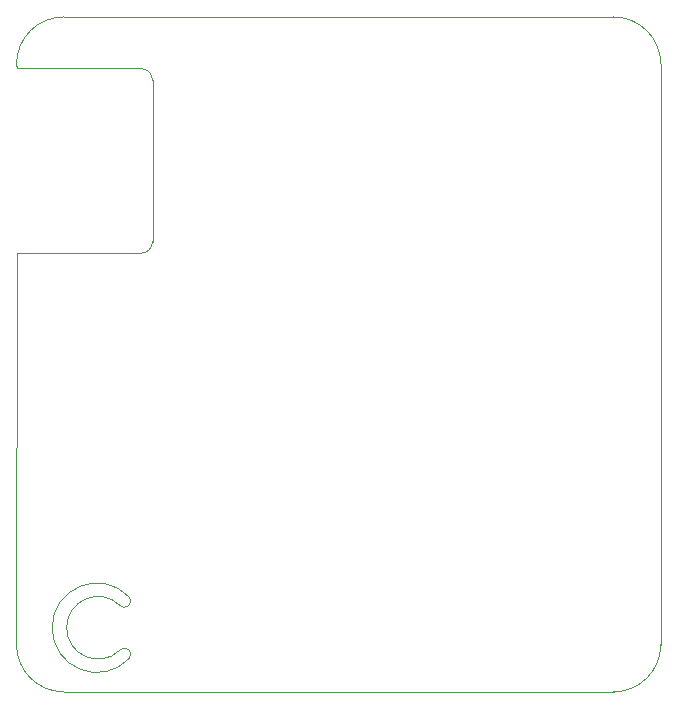
<source format=gbr>
%TF.GenerationSoftware,KiCad,Pcbnew,8.0.7*%
%TF.CreationDate,2024-12-17T16:06:41+01:00*%
%TF.ProjectId,CM5_MINIMA,434d355f-4d49-44e4-994d-412e6b696361,rev?*%
%TF.SameCoordinates,Original*%
%TF.FileFunction,Profile,NP*%
%FSLAX46Y46*%
G04 Gerber Fmt 4.6, Leading zero omitted, Abs format (unit mm)*
G04 Created by KiCad (PCBNEW 8.0.7) date 2024-12-17 16:06:41*
%MOMM*%
%LPD*%
G01*
G04 APERTURE LIST*
%TA.AperFunction,Profile*%
%ADD10C,0.050000*%
%TD*%
%TA.AperFunction,Profile*%
%ADD11C,0.100000*%
%TD*%
G04 APERTURE END LIST*
D10*
X70000Y52805000D02*
X50000Y53170000D01*
X9597253Y2850000D02*
G75*
G02*
X9597253Y8056228I-2747253J2603114D01*
G01*
X8800000Y3553114D02*
G75*
G02*
X8800000Y7353114I-1850000J1900000D01*
G01*
X8800000Y3553114D02*
G75*
G02*
X9597253Y2850000I400000J-350000D01*
G01*
X9597253Y8056228D02*
G75*
G02*
X8800000Y7353114I-397253J-353114D01*
G01*
X50601573Y30000D02*
X4050000Y30000D01*
X50000Y53170000D02*
G75*
G02*
X4050000Y57170000I4000000J0D01*
G01*
X54601573Y53170000D02*
X54601573Y4030000D01*
X54601573Y4030000D02*
G75*
G02*
X50601573Y30027I-3999973J0D01*
G01*
X4050000Y30000D02*
G75*
G02*
X50000Y4030000I0J4000000D01*
G01*
X50000Y4030000D02*
X70000Y37155000D01*
X4050000Y57170000D02*
X50601573Y57170000D01*
X50601573Y57170000D02*
G75*
G02*
X54601600Y53170000I27J-4000000D01*
G01*
D11*
%TO.C,T401*%
X70000Y37155000D02*
X10570002Y37155000D01*
X10570000Y52805000D02*
X70000Y52805000D01*
X11570000Y38154999D02*
X11570000Y51805000D01*
X10570000Y52805000D02*
G75*
G02*
X11570000Y51805000I0J-1000000D01*
G01*
X11570000Y38154999D02*
G75*
G02*
X10570002Y37155001I-999998J0D01*
G01*
%TD*%
M02*

</source>
